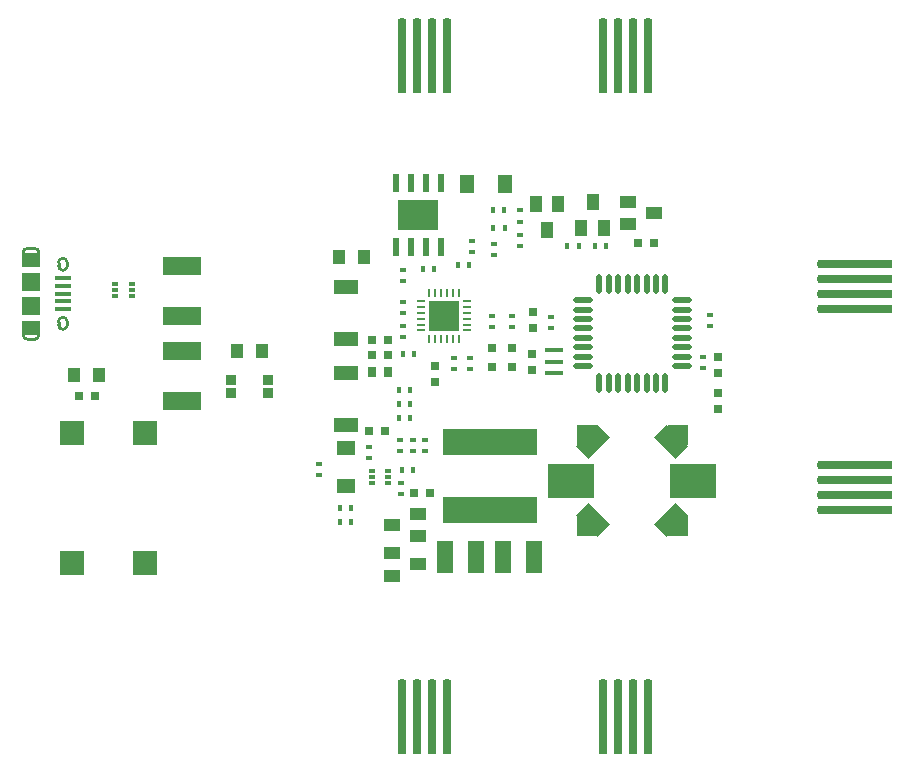
<source format=gtp>
G04*
G04 #@! TF.GenerationSoftware,Altium Limited,Altium NEXUS,1.1.6 (48)*
G04*
G04 Layer_Color=8421504*
%FSLAX44Y44*%
%MOMM*%
G71*
G01*
G75*
%ADD24C,0.2200*%
%ADD25R,0.5000X0.3000*%
%ADD26R,1.4000X1.0000*%
%ADD27R,3.5100X2.6200*%
%ADD28R,0.6100X1.6000*%
%ADD29R,0.8000X0.6500*%
%ADD30R,2.1000X1.2000*%
%ADD31R,0.5000X0.4500*%
%ADD32R,0.4500X0.5000*%
%ADD33O,0.5500X1.6500*%
%ADD34O,1.6500X0.5500*%
%ADD35R,0.9000X0.8500*%
G04:AMPARAMS|DCode=36|XSize=2.54mm|YSize=1.5mm|CornerRadius=0mm|HoleSize=0mm|Usage=FLASHONLY|Rotation=45.000|XOffset=0mm|YOffset=0mm|HoleType=Round|Shape=Rectangle|*
%AMROTATEDRECTD36*
4,1,4,-0.3677,-1.4284,-1.4284,-0.3677,0.3677,1.4284,1.4284,0.3677,-0.3677,-1.4284,0.0*
%
%ADD36ROTATEDRECTD36*%

%ADD37R,1.8000X1.8000*%
G04:AMPARAMS|DCode=38|XSize=2.54mm|YSize=1.5mm|CornerRadius=0mm|HoleSize=0mm|Usage=FLASHONLY|Rotation=315.000|XOffset=0mm|YOffset=0mm|HoleType=Round|Shape=Rectangle|*
%AMROTATEDRECTD38*
4,1,4,-1.4284,0.3677,-0.3677,1.4284,1.4284,-0.3677,0.3677,-1.4284,-1.4284,0.3677,0.0*
%
%ADD38ROTATEDRECTD38*%

%ADD39R,1.8000X1.8000*%
%ADD40R,3.2000X1.5000*%
%ADD41R,2.5500X2.5500*%
%ADD42O,0.2500X0.8000*%
%ADD43O,0.8000X0.2500*%
%ADD44R,0.8000X0.8000*%
%ADD45R,0.6500X0.8000*%
%ADD46R,1.1000X1.2500*%
%ADD47R,0.8000X0.9000*%
%ADD48R,8.0000X2.2000*%
%ADD49R,1.0000X1.4000*%
%ADD50R,1.6000X0.3000*%
%ADD51R,2.0000X2.0000*%
%ADD52R,1.5500X1.5000*%
%ADD53R,1.5500X1.2000*%
%ADD54R,1.3500X0.4000*%
%ADD55R,1.6000X1.2000*%
%ADD56R,0.6000X0.3000*%
%ADD57R,4.0000X3.0000*%
%ADD58R,1.4000X2.8000*%
%ADD59R,1.2000X1.6000*%
G04:AMPARAMS|DCode=60|XSize=0.76mm|YSize=6.35mm|CornerRadius=0.19mm|HoleSize=0mm|Usage=FLASHONLY|Rotation=0.000|XOffset=0mm|YOffset=0mm|HoleType=Round|Shape=RoundedRectangle|*
%AMROUNDEDRECTD60*
21,1,0.7600,5.9700,0,0,0.0*
21,1,0.3800,6.3500,0,0,0.0*
1,1,0.3800,0.1900,-2.9850*
1,1,0.3800,-0.1900,-2.9850*
1,1,0.3800,-0.1900,2.9850*
1,1,0.3800,0.1900,2.9850*
%
%ADD60ROUNDEDRECTD60*%
G04:AMPARAMS|DCode=61|XSize=0.76mm|YSize=6.35mm|CornerRadius=0.19mm|HoleSize=0mm|Usage=FLASHONLY|Rotation=90.000|XOffset=0mm|YOffset=0mm|HoleType=Round|Shape=RoundedRectangle|*
%AMROUNDEDRECTD61*
21,1,0.7600,5.9700,0,0,90.0*
21,1,0.3800,6.3500,0,0,90.0*
1,1,0.3800,2.9850,0.1900*
1,1,0.3800,2.9850,-0.1900*
1,1,0.3800,-2.9850,-0.1900*
1,1,0.3800,-2.9850,0.1900*
%
%ADD61ROUNDEDRECTD61*%
D24*
X-421450Y117080D02*
G03*
X-424950Y113580I0J-3500D01*
G01*
Y113580D02*
G03*
X-421450Y110080I3500J0D01*
G01*
X-415050D02*
G03*
X-411550Y113580I0J3500D01*
G01*
Y113580D02*
G03*
X-415050Y117080I-3500J0D01*
G01*
X-411550Y43580D02*
G03*
X-415050Y47080I-3500J0D01*
G01*
Y40080D02*
G03*
X-411550Y43580I0J3500D01*
G01*
X-424950D02*
G03*
X-421450Y40080I3500J0D01*
G01*
Y47080D02*
G03*
X-424950Y43580I0J-3500D01*
G01*
X-387550Y104980D02*
G03*
X-391250Y108780I-3750J50D01*
G01*
D02*
G03*
X-394950Y104980I50J-3750D01*
G01*
Y102180D02*
G03*
X-391250Y98380I3750J-50D01*
G01*
D02*
G03*
X-387550Y102180I-50J3750D01*
G01*
X-391250Y48380D02*
G03*
X-387550Y52180I-50J3750D01*
G01*
X-394950D02*
G03*
X-391250Y48380I3750J-50D01*
G01*
Y58780D02*
G03*
X-394950Y54980I50J-3750D01*
G01*
X-387550D02*
G03*
X-391250Y58780I-3750J50D01*
G01*
X-421450Y117080D02*
X-415050D01*
X-421450Y110080D02*
X-415050D01*
X-421450Y40080D02*
X-415050D01*
X-421450Y47080D02*
X-415050D01*
X-394950Y102080D02*
Y104980D01*
X-387550Y102080D02*
Y104980D01*
Y52080D02*
Y54980D01*
X-394950Y52080D02*
Y54980D01*
D25*
X-333000Y81871D02*
D03*
X-347000Y86871D02*
D03*
Y81871D02*
D03*
Y76871D02*
D03*
X-333000Y86871D02*
D03*
Y76871D02*
D03*
D26*
X-112800Y-141100D02*
D03*
Y-160100D02*
D03*
X-90800Y-150600D02*
D03*
X87300Y156450D02*
D03*
Y137450D02*
D03*
X109300Y146950D02*
D03*
X-90800Y-126700D02*
D03*
Y-107700D02*
D03*
X-112800Y-117200D02*
D03*
D27*
X-90400Y145600D02*
D03*
D28*
X-109450Y118600D02*
D03*
X-96750D02*
D03*
X-84050D02*
D03*
X-71350D02*
D03*
X-109450Y172600D02*
D03*
X-96750D02*
D03*
X-84050D02*
D03*
X-71350D02*
D03*
D29*
X163500Y25300D02*
D03*
Y11800D02*
D03*
Y-5250D02*
D03*
Y-18750D02*
D03*
X-75900Y17450D02*
D03*
Y3950D02*
D03*
X-115900Y26350D02*
D03*
Y39850D02*
D03*
X-129800Y26350D02*
D03*
Y39850D02*
D03*
X7050Y63050D02*
D03*
Y49550D02*
D03*
X5800Y27960D02*
D03*
Y14460D02*
D03*
D30*
X-151800Y11200D02*
D03*
Y-32800D02*
D03*
Y40400D02*
D03*
Y84400D02*
D03*
D31*
X-103100Y89300D02*
D03*
Y98800D02*
D03*
X-44500Y113750D02*
D03*
Y123250D02*
D03*
X-174100Y-74950D02*
D03*
Y-65450D02*
D03*
X-4650Y118700D02*
D03*
Y128200D02*
D03*
X-26650Y120950D02*
D03*
Y111450D02*
D03*
X-4650Y139650D02*
D03*
Y149150D02*
D03*
X-27620Y50200D02*
D03*
Y59700D02*
D03*
X-11130Y50200D02*
D03*
Y59700D02*
D03*
X-46200Y14800D02*
D03*
Y24300D02*
D03*
X-105100Y-91150D02*
D03*
Y-81650D02*
D03*
X-103100Y62550D02*
D03*
Y72050D02*
D03*
Y51100D02*
D03*
Y41600D02*
D03*
X-60350Y24320D02*
D03*
Y14820D02*
D03*
X22300Y59050D02*
D03*
Y49550D02*
D03*
X150300Y15800D02*
D03*
Y25300D02*
D03*
X156300Y60550D02*
D03*
Y51050D02*
D03*
X-84500Y-54650D02*
D03*
Y-45150D02*
D03*
X-132000Y-51250D02*
D03*
Y-60750D02*
D03*
X-105500Y-54650D02*
D03*
Y-45150D02*
D03*
X-95000D02*
D03*
Y-54650D02*
D03*
D32*
X-47250Y102800D02*
D03*
X-56750D02*
D03*
X-77150Y99500D02*
D03*
X-86650D02*
D03*
X-96950Y-26400D02*
D03*
X-106450D02*
D03*
X-97050Y-2700D02*
D03*
X-106550D02*
D03*
X-97050Y-14600D02*
D03*
X-106550D02*
D03*
X45350Y118700D02*
D03*
X35850D02*
D03*
X58850D02*
D03*
X68350D02*
D03*
X-156600Y-114800D02*
D03*
X-147100D02*
D03*
X-26900Y149450D02*
D03*
X-17400D02*
D03*
X-26760Y134070D02*
D03*
X-17260D02*
D03*
X-93750Y27400D02*
D03*
X-103250D02*
D03*
X-147100Y-102600D02*
D03*
X-156600D02*
D03*
X-104050Y-70800D02*
D03*
X-94550D02*
D03*
D33*
X62890Y87210D02*
D03*
X70890D02*
D03*
X78890D02*
D03*
X86890D02*
D03*
X94890D02*
D03*
X102890D02*
D03*
X110890D02*
D03*
X118890D02*
D03*
Y3210D02*
D03*
X110890D02*
D03*
X102890D02*
D03*
X94890D02*
D03*
X86890D02*
D03*
X78890D02*
D03*
X70890D02*
D03*
X62890D02*
D03*
D34*
X132890Y73210D02*
D03*
Y65210D02*
D03*
Y57210D02*
D03*
Y49210D02*
D03*
Y41210D02*
D03*
Y33210D02*
D03*
Y25210D02*
D03*
Y17210D02*
D03*
X48890D02*
D03*
Y25210D02*
D03*
Y33210D02*
D03*
Y41210D02*
D03*
Y49210D02*
D03*
Y57210D02*
D03*
Y65210D02*
D03*
Y73210D02*
D03*
D35*
X-248840Y5750D02*
D03*
Y-5750D02*
D03*
X-217840D02*
D03*
Y5750D02*
D03*
D36*
X123800Y-112800D02*
D03*
X57600Y-46600D02*
D03*
D37*
X129200Y-118200D02*
D03*
X52200Y-41200D02*
D03*
D38*
X57600Y-112800D02*
D03*
X123800Y-46600D02*
D03*
D39*
X52200Y-118200D02*
D03*
X129200Y-41200D02*
D03*
D40*
X-290000Y101900D02*
D03*
Y59900D02*
D03*
Y-12000D02*
D03*
Y30000D02*
D03*
D41*
X-68450Y60050D02*
D03*
D42*
X-80950Y79550D02*
D03*
X-75950D02*
D03*
X-70950D02*
D03*
X-65950D02*
D03*
X-60950D02*
D03*
X-55950D02*
D03*
Y40550D02*
D03*
X-60950D02*
D03*
X-65950D02*
D03*
X-70950D02*
D03*
X-75950D02*
D03*
X-80950D02*
D03*
D43*
X-48950Y72550D02*
D03*
Y67550D02*
D03*
Y62550D02*
D03*
Y57550D02*
D03*
Y52550D02*
D03*
Y47550D02*
D03*
X-87950D02*
D03*
Y52550D02*
D03*
Y57550D02*
D03*
Y62550D02*
D03*
Y67550D02*
D03*
Y72550D02*
D03*
D44*
X-11130Y16470D02*
D03*
Y32470D02*
D03*
X-27620Y16470D02*
D03*
Y32470D02*
D03*
D45*
X-377750Y-8000D02*
D03*
X-364250D02*
D03*
X-131750Y-38000D02*
D03*
X-118250D02*
D03*
X109300Y122000D02*
D03*
X95800D02*
D03*
X-93850Y-89900D02*
D03*
X-80350D02*
D03*
D46*
X-243840Y30000D02*
D03*
X-222840D02*
D03*
X-360580Y9780D02*
D03*
X-381580D02*
D03*
X-136200Y110000D02*
D03*
X-157200D02*
D03*
D47*
X-115800Y12100D02*
D03*
X-129800D02*
D03*
D48*
X-30000Y-47300D02*
D03*
Y-104300D02*
D03*
D49*
X18630Y132450D02*
D03*
X9130Y154450D02*
D03*
X28130D02*
D03*
X47725Y134450D02*
D03*
X66725D02*
D03*
X57225Y156450D02*
D03*
D50*
X24550Y21210D02*
D03*
Y30710D02*
D03*
Y11710D02*
D03*
D51*
X-383400Y-148930D02*
D03*
X-321900Y-38930D02*
D03*
X-383400D02*
D03*
X-321900Y-148930D02*
D03*
D52*
X-418250Y88580D02*
D03*
Y68580D02*
D03*
D53*
Y107580D02*
D03*
Y49580D02*
D03*
D54*
X-391250Y91580D02*
D03*
Y85080D02*
D03*
Y78580D02*
D03*
Y72080D02*
D03*
Y65580D02*
D03*
D55*
X-151400Y-84300D02*
D03*
Y-52300D02*
D03*
D56*
X-115900Y-71600D02*
D03*
Y-76600D02*
D03*
Y-81600D02*
D03*
X-129900D02*
D03*
Y-76600D02*
D03*
Y-71600D02*
D03*
D57*
X39200Y-79700D02*
D03*
X142200D02*
D03*
D58*
X7700Y-144600D02*
D03*
X-18300D02*
D03*
X-67500D02*
D03*
X-41500D02*
D03*
D59*
X-17000Y171300D02*
D03*
X-49000D02*
D03*
D60*
X-65950Y-279750D02*
D03*
X-78650D02*
D03*
X-91350D02*
D03*
X-104050D02*
D03*
X104050D02*
D03*
X91350D02*
D03*
X78650D02*
D03*
X65950D02*
D03*
Y279750D02*
D03*
X78650D02*
D03*
X91350D02*
D03*
X104050D02*
D03*
X-104050D02*
D03*
X-91350D02*
D03*
X-78650D02*
D03*
X-65950D02*
D03*
D61*
X279750Y-66050D02*
D03*
Y-78750D02*
D03*
Y-91450D02*
D03*
Y-104150D02*
D03*
Y104150D02*
D03*
Y91450D02*
D03*
Y78750D02*
D03*
Y66050D02*
D03*
M02*

</source>
